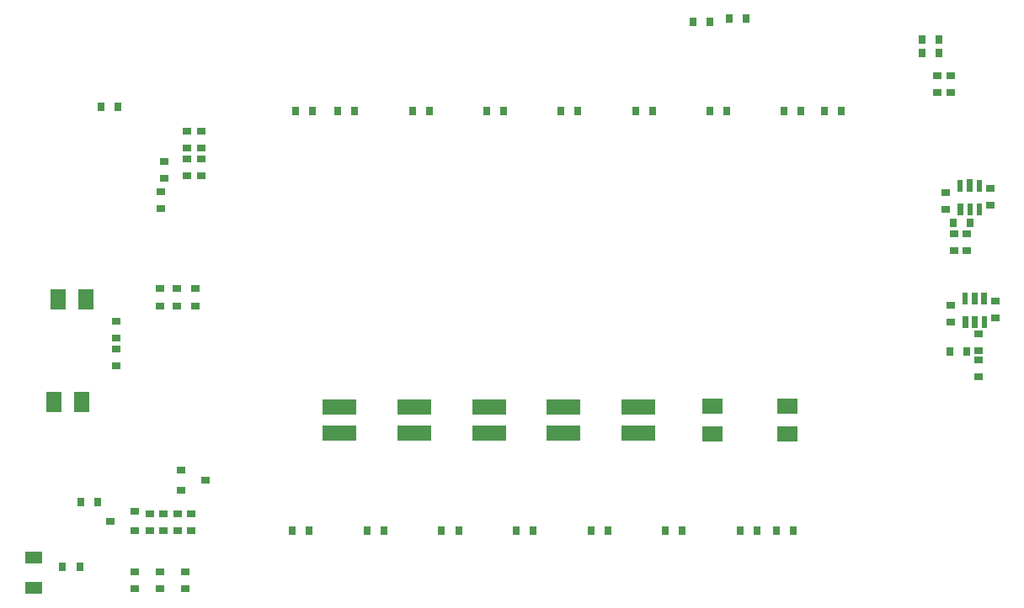
<source format=gbr>
%FSLAX34Y34*%
%MOMM*%
%LNSMDMASK_BOTTOM*%
G71*
G01*
%ADD10R,3.400X1.600*%
%ADD11R,0.700X0.900*%
%ADD12R,1.600X2.000*%
%ADD13R,0.900X0.800*%
%ADD14R,0.900X0.700*%
%ADD15R,1.800X1.200*%
%ADD16R,0.600X1.200*%
%ADD17R,2.000X1.600*%
%LPD*%
X398500Y-450500D02*
G54D10*
D03*
X398500Y-424000D02*
G54D10*
D03*
X323500Y-450500D02*
G54D10*
D03*
X323500Y-424000D02*
G54D10*
D03*
X779890Y-548554D02*
G54D11*
D03*
X762887Y-548553D02*
G54D11*
D03*
X726000Y-548500D02*
G54D11*
D03*
X743003Y-548500D02*
G54D11*
D03*
X651000Y-548500D02*
G54D11*
D03*
X668003Y-548500D02*
G54D11*
D03*
X576000Y-548500D02*
G54D11*
D03*
X593003Y-548500D02*
G54D11*
D03*
X501000Y-548500D02*
G54D11*
D03*
X518004Y-548500D02*
G54D11*
D03*
X426000Y-548500D02*
G54D11*
D03*
X443004Y-548500D02*
G54D11*
D03*
X351000Y-548500D02*
G54D11*
D03*
X368004Y-548500D02*
G54D11*
D03*
X276000Y-548500D02*
G54D11*
D03*
X293003Y-548500D02*
G54D11*
D03*
X828000Y-126500D02*
G54D11*
D03*
X811000Y-126495D02*
G54D11*
D03*
X770500Y-126500D02*
G54D11*
D03*
X787500Y-126505D02*
G54D11*
D03*
X696000Y-126500D02*
G54D11*
D03*
X713000Y-126505D02*
G54D11*
D03*
X621000Y-126500D02*
G54D11*
D03*
X638000Y-126505D02*
G54D11*
D03*
X546000Y-126500D02*
G54D11*
D03*
X563000Y-126505D02*
G54D11*
D03*
X471500Y-126500D02*
G54D11*
D03*
X488500Y-126505D02*
G54D11*
D03*
X397000Y-126500D02*
G54D11*
D03*
X414000Y-126505D02*
G54D11*
D03*
X321500Y-126500D02*
G54D11*
D03*
X338500Y-126505D02*
G54D11*
D03*
X279500Y-126500D02*
G54D11*
D03*
X296500Y-126505D02*
G54D11*
D03*
X64000Y-419500D02*
G54D12*
D03*
X36003Y-419498D02*
G54D12*
D03*
X68500Y-315500D02*
G54D12*
D03*
X40497Y-315500D02*
G54D12*
D03*
X117500Y-529000D02*
G54D13*
D03*
X117496Y-549000D02*
G54D13*
D03*
X92896Y-539001D02*
G54D13*
D03*
X146500Y-549000D02*
G54D14*
D03*
X146500Y-532000D02*
G54D14*
D03*
X132500Y-532000D02*
G54D14*
D03*
X132498Y-548995D02*
G54D14*
D03*
X15500Y-606000D02*
G54D15*
D03*
X15500Y-576000D02*
G54D15*
D03*
X164000Y-508000D02*
G54D13*
D03*
X163999Y-487997D02*
G54D13*
D03*
X188600Y-498000D02*
G54D13*
D03*
X174500Y-549000D02*
G54D14*
D03*
X174501Y-532003D02*
G54D14*
D03*
X99000Y-337500D02*
G54D14*
D03*
X99000Y-354500D02*
G54D14*
D03*
X83500Y-122000D02*
G54D11*
D03*
X100500Y-122000D02*
G54D11*
D03*
X143081Y-322253D02*
G54D14*
D03*
X143080Y-305247D02*
G54D14*
D03*
X160081Y-322253D02*
G54D14*
D03*
X160080Y-305247D02*
G54D14*
D03*
X178081Y-322253D02*
G54D14*
D03*
X178080Y-305247D02*
G54D14*
D03*
X147081Y-177253D02*
G54D14*
D03*
X147081Y-194253D02*
G54D14*
D03*
X144081Y-224253D02*
G54D14*
D03*
X144081Y-207253D02*
G54D14*
D03*
X99000Y-383000D02*
G54D14*
D03*
X98999Y-366009D02*
G54D14*
D03*
X184190Y-191730D02*
G54D14*
D03*
X184188Y-174733D02*
G54D14*
D03*
X170190Y-191730D02*
G54D14*
D03*
X170188Y-174733D02*
G54D14*
D03*
X184188Y-163733D02*
G54D14*
D03*
X184190Y-146727D02*
G54D14*
D03*
X170188Y-163733D02*
G54D14*
D03*
X170190Y-146727D02*
G54D14*
D03*
X160500Y-549000D02*
G54D14*
D03*
X160498Y-532005D02*
G54D14*
D03*
X168000Y-590000D02*
G54D14*
D03*
X168003Y-607003D02*
G54D14*
D03*
X143000Y-590000D02*
G54D14*
D03*
X143003Y-607003D02*
G54D14*
D03*
X117500Y-590000D02*
G54D14*
D03*
X117503Y-606998D02*
G54D14*
D03*
X80000Y-520000D02*
G54D11*
D03*
X62994Y-519995D02*
G54D11*
D03*
X909000Y-67500D02*
G54D11*
D03*
X926004Y-67497D02*
G54D11*
D03*
X937500Y-91000D02*
G54D14*
D03*
X937504Y-108004D02*
G54D14*
D03*
X924500Y-91000D02*
G54D14*
D03*
X924503Y-108004D02*
G54D14*
D03*
X909000Y-54500D02*
G54D11*
D03*
X926003Y-54497D02*
G54D11*
D03*
X732000Y-33000D02*
G54D11*
D03*
X714996Y-33003D02*
G54D11*
D03*
X695500Y-36500D02*
G54D11*
D03*
X678496Y-36503D02*
G54D11*
D03*
X933000Y-225000D02*
G54D14*
D03*
X932996Y-207996D02*
G54D14*
D03*
X954000Y-250000D02*
G54D14*
D03*
X954003Y-267004D02*
G54D14*
D03*
G36*
X944500Y-219000D02*
X950500Y-219000D01*
X950500Y-231000D01*
X944500Y-231000D01*
X944500Y-219000D01*
G37*
X947500Y-201188D02*
G54D16*
D03*
X957026Y-225001D02*
G54D16*
D03*
G36*
X954025Y-195188D02*
X960025Y-195187D01*
X960025Y-207187D01*
X954025Y-207188D01*
X954025Y-195188D01*
G37*
X966550Y-225000D02*
G54D16*
D03*
X966550Y-201188D02*
G54D16*
D03*
X941000Y-267000D02*
G54D14*
D03*
X940997Y-249995D02*
G54D14*
D03*
X954000Y-368000D02*
G54D11*
D03*
X936997Y-368003D02*
G54D11*
D03*
G36*
X949499Y-332500D02*
X955499Y-332500D01*
X955499Y-344500D01*
X949499Y-344500D01*
X949499Y-332500D01*
G37*
X952499Y-314688D02*
G54D16*
D03*
G36*
X959025Y-332501D02*
X965025Y-332501D01*
X965026Y-344501D01*
X959026Y-344501D01*
X959025Y-332501D01*
G37*
G36*
X959025Y-308688D02*
X965025Y-308688D01*
X965025Y-320688D01*
X959025Y-320688D01*
X959025Y-308688D01*
G37*
X971549Y-338500D02*
G54D16*
D03*
G36*
X968549Y-308688D02*
X974549Y-308688D01*
X974550Y-320688D01*
X968550Y-320688D01*
X968549Y-308688D01*
G37*
X966000Y-394000D02*
G54D14*
D03*
X965996Y-376995D02*
G54D14*
D03*
X957000Y-239000D02*
G54D11*
D03*
X939996Y-239002D02*
G54D11*
D03*
X978000Y-221000D02*
G54D14*
D03*
X977996Y-203996D02*
G54D14*
D03*
X966000Y-367500D02*
G54D14*
D03*
X965998Y-350496D02*
G54D14*
D03*
X938000Y-338500D02*
G54D14*
D03*
X937996Y-321496D02*
G54D14*
D03*
X982500Y-334250D02*
G54D14*
D03*
X982496Y-317246D02*
G54D14*
D03*
X773500Y-451500D02*
G54D17*
D03*
X773498Y-423494D02*
G54D17*
D03*
X698500Y-451500D02*
G54D17*
D03*
X698498Y-423494D02*
G54D17*
D03*
X473500Y-450500D02*
G54D10*
D03*
X548500Y-450500D02*
G54D10*
D03*
X623500Y-450500D02*
G54D10*
D03*
X473500Y-424000D02*
G54D10*
D03*
X548500Y-424000D02*
G54D10*
D03*
X623500Y-424000D02*
G54D10*
D03*
X62000Y-585000D02*
G54D11*
D03*
X44994Y-584995D02*
G54D11*
D03*
M02*

</source>
